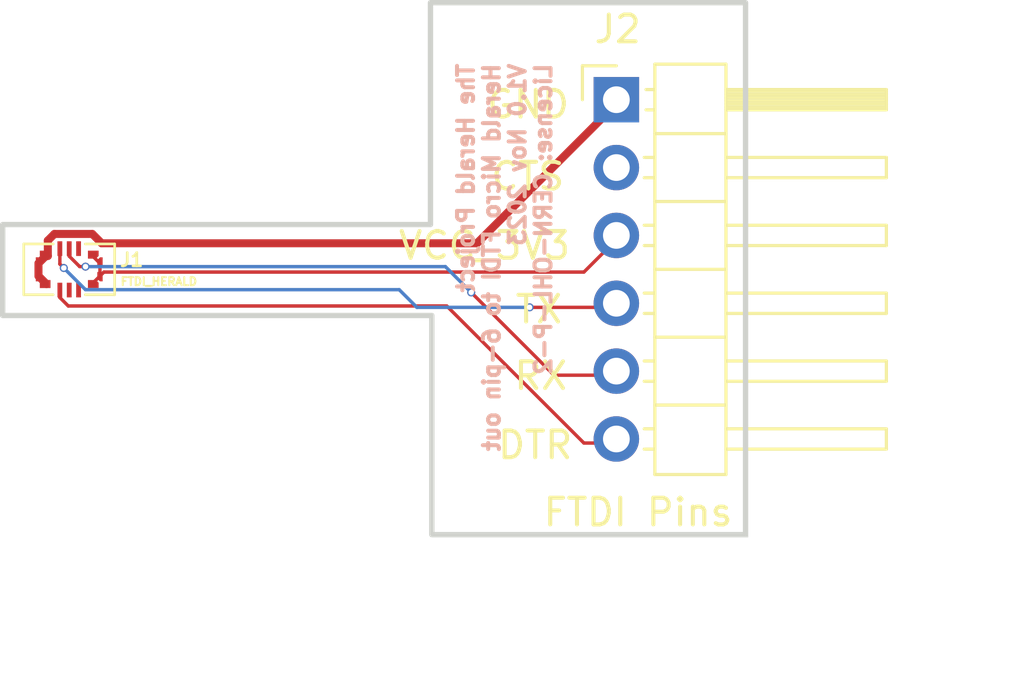
<source format=kicad_pcb>
(kicad_pcb (version 20221018) (generator pcbnew)
  (layers (0 "F.Cu" signal) (31 "B.Cu" signal) (34 "B.Paste" user) (35 "F.Paste" user) (36 "B.SilkS" user "B.Silkscreen") (37 "F.SilkS" user "F.Silkscreen") (38 "B.Mask" user) (39 "F.Mask" user) (44 "Edge.Cuts" user))
  (net 0 "")
  (net 2 "/VCC_3V3")
  (net 6 "/GND")
  (net 7 "/BOARD_TWI_TX")
  (net 8 "/RESETn")
  (net 9 "/BOARD_TWI_RX")
  (footprint "Herald:HERALD_V2_CONN_PORT" (layer "F.Cu") (at 109.7788 92.6084)
    (fp_text reference "J1" (at 2.3368 -0.3556 unlocked) (layer "F.SilkS") (effects (font (size 0.5 0.5) (thickness 0.1))))
    (fp_text value "FTDI_HERALD" (at 3.3528 0.4572 unlocked) (layer "F.SilkS") (effects (font (size 0.3 0.3) (thickness 0.075))))
    (fp_line (start -1.7 -0.95) (end -0.6 -0.95) (stroke (width 0.1)) (layer "F.SilkS"))
    (fp_line (start -1.7 0.95) (end -1.7 -0.95) (stroke (width 0.1)) (layer "F.SilkS"))
    (fp_line (start -1.7 0.95) (end -0.6 0.95) (stroke (width 0.1)) (layer "F.SilkS"))
    (fp_line (start 1.7 -0.95) (end 0.6 -0.95) (stroke (width 0.1)) (layer "F.SilkS"))
    (fp_line (start 1.7 0.95) (end 0.6 0.95) (stroke (width 0.1)) (layer "F.SilkS"))
    (fp_line (start 1.7 0.95) (end 1.7 -0.95) (stroke (width 0.1)) (layer "F.SilkS"))
    (pad "1" smd custom (at 0.8 -0.5) (size 0.2 0.2) (layers "F.Cu" "F.Paste" "F.Mask") (net 2 "/VCC_3V3") (options (clearance outline) (anchor rect)) (primitives (gr_poly (pts (xy 0.2 0.1) (xy 0.3 0) (xy 0.3 -0.2) (xy -0.1 -0.2) (xy -0.1 0.1)) (width 0) (fill yes)) (gr_poly (pts (xy -0.1 -0.2) (xy 0.3 -0.2) (xy 0.3 0) (xy 0.2 0.1) (xy -0.1 0.1)) (width 0) (fill yes))))
    (pad "1" smd custom (at 0.85 0.55) (size 0.2 0.2) (layers "F.Cu" "F.Paste" "F.Mask") (net 2 "/VCC_3V3") (options (clearance outline) (anchor rect)) (primitives (gr_poly (pts (xy 0.15 -0.15) (xy -0.15 -0.15) (xy -0.15 0.15) (xy 0.25 0.15) (xy 0.25 -0.05)) (width 0) (fill yes)) (gr_poly (pts (xy -0.15 -0.15) (xy -0.15 0.15) (xy 0.25 0.15) (xy 0.25 -0.05) (xy 0.15 -0.15)) (width 0) (fill yes))))
    (pad "1" smd custom (at 1.15 -0.225) (size 0.2 0.25) (layers "F.Cu" "F.Paste" "F.Mask") (net 2 "/VCC_3V3") (options (clearance outline) (anchor rect)) (primitives (gr_poly (pts (xy -0.1 -0.075) (xy -0.1 -0.125) (xy 0 -0.225) (xy 0.1 -0.225) (xy 0.1 -0.075)) (width 0) (fill yes))))
    (pad "1" smd custom (at 1.15 0.25) (size 0.2 0.2) (layers "F.Cu" "F.Paste" "F.Mask") (net 2 "/VCC_3V3") (options (clearance outline) (anchor rect)) (primitives (gr_poly (pts (xy -0.1 0.1) (xy 0 0.2) (xy 0.1 0.2) (xy 0.1 -0.15) (xy -0.1 -0.15)) (width 0) (fill yes))))
    (pad "2" smd rect (at 0.35 0.775) (size 0.18 0.55) (layers "F.Cu" "F.Paste" "F.Mask"))
    (pad "3" smd rect (at 0.35 -0.775) (size 0.18 0.55) (layers "F.Cu" "F.Paste" "F.Mask"))
    (pad "4" smd rect (at 0 0.775) (size 0.18 0.55) (layers "F.Cu" "F.Paste" "F.Mask"))
    (pad "5" smd rect (at 0 -0.775) (size 0.18 0.55) (layers "F.Cu" "F.Paste" "F.Mask") (net 9 "/BOARD_TWI_RX"))
    (pad "6" smd rect (at -0.35 0.775) (size 0.18 0.55) (layers "F.Cu" "F.Paste" "F.Mask") (net 8 "/RESETn"))
    (pad "7" smd rect (at -0.35 -0.775) (size 0.18 0.55) (layers "F.Cu" "F.Paste" "F.Mask") (net 7 "/BOARD_TWI_TX"))
    (pad "8" smd custom (at -1.15 -0.225) (size 0.2 0.25) (layers "F.Cu" "F.Paste" "F.Mask") (net 6 "/GND") (options (clearance outline) (anchor rect)) (primitives (gr_poly (pts (xy 0.1 -0.075) (xy 0.1 -0.125) (xy 0 -0.225) (xy -0.1 -0.225) (xy -0.1 -0.075)) (width 0) (fill yes))))
    (pad "8" smd custom (at -1.15 0.25) (size 0.2 0.2) (layers "F.Cu" "F.Paste" "F.Mask") (net 6 "/GND") (options (clearance outline) (anchor rect)) (primitives (gr_poly (pts (xy 0.1 0.1) (xy 0 0.2) (xy -0.1 0.2) (xy -0.1 -0.15) (xy 0.1 -0.15)) (width 0) (fill yes))))
    (pad "8" smd custom (at -0.85 0.55) (size 0.2 0.2) (layers "F.Cu" "F.Paste" "F.Mask") (net 6 "/GND") (options (clearance outline) (anchor rect)) (primitives (gr_poly (pts (xy -0.15 -0.15) (xy 0.15 -0.15) (xy 0.15 0.15) (xy -0.25 0.15) (xy -0.25 -0.05)) (width 0) (fill yes)) (gr_poly (pts (xy 0.15 -0.15) (xy 0.15 0.15) (xy -0.25 0.15) (xy -0.25 -0.05) (xy -0.15 -0.15)) (width 0) (fill yes))))
    (pad "8" smd custom (at -0.8 -0.5) (size 0.2 0.2) (layers "F.Cu" "F.Paste" "F.Mask") (net 6 "/GND") (options (clearance outline) (anchor rect)) (primitives (gr_poly (pts (xy -0.2 0.1) (xy -0.3 0) (xy -0.3 -0.2) (xy 0.1 -0.2) (xy 0.1 0.1)) (width 0) (fill yes)) (gr_poly (pts (xy 0.1 -0.2) (xy -0.3 -0.2) (xy -0.3 0) (xy -0.2 0.1) (xy 0.1 0.1)) (width 0) (fill yes))))
  )
  (footprint "Connector_PinHeader_2.54mm:PinHeader_1x06_P2.54mm_Horizontal" (layer "F.Cu") (at 130.245 86.2584)
    (fp_text reference "J2" (at 0.0508 -2.6416) (layer "F.SilkS"))
    (fp_text value "FTDI Pins" (at 0.8128 15.4432) (layer "F.SilkS"))
    (fp_line (start -1.27 -1.27) (end 0 -1.27) (stroke (width 0.12)) (layer "F.SilkS"))
    (fp_line (start -1.27 0) (end -1.27 -1.27) (stroke (width 0.12)) (layer "F.SilkS"))
    (fp_line (start 1.042929 2.16) (end 1.44 2.16) (stroke (width 0.12)) (layer "F.SilkS"))
    (fp_line (start 1.042929 2.92) (end 1.44 2.92) (stroke (width 0.12)) (layer "F.SilkS"))
    (fp_line (start 1.042929 4.7) (end 1.44 4.7) (stroke (width 0.12)) (layer "F.SilkS"))
    (fp_line (start 1.042929 5.46) (end 1.44 5.46) (stroke (width 0.12)) (layer "F.SilkS"))
    (fp_line (start 1.042929 7.24) (end 1.44 7.24) (stroke (width 0.12)) (layer "F.SilkS"))
    (fp_line (start 1.042929 8) (end 1.44 8) (stroke (width 0.12)) (layer "F.SilkS"))
    (fp_line (start 1.042929 9.78) (end 1.44 9.78) (stroke (width 0.12)) (layer "F.SilkS"))
    (fp_line (start 1.042929 10.54) (end 1.44 10.54) (stroke (width 0.12)) (layer "F.SilkS"))
    (fp_line (start 1.042929 12.32) (end 1.44 12.32) (stroke (width 0.12)) (layer "F.SilkS"))
    (fp_line (start 1.042929 13.08) (end 1.44 13.08) (stroke (width 0.12)) (layer "F.SilkS"))
    (fp_line (start 1.11 -0.38) (end 1.44 -0.38) (stroke (width 0.12)) (layer "F.SilkS"))
    (fp_line (start 1.11 0.38) (end 1.44 0.38) (stroke (width 0.12)) (layer "F.SilkS"))
    (fp_line (start 1.44 -1.33) (end 1.44 14.03) (stroke (width 0.12)) (layer "F.SilkS"))
    (fp_line (start 1.44 1.27) (end 4.1 1.27) (stroke (width 0.12)) (layer "F.SilkS"))
    (fp_line (start 1.44 3.81) (end 4.1 3.81) (stroke (width 0.12)) (layer "F.SilkS"))
    (fp_line (start 1.44 6.35) (end 4.1 6.35) (stroke (width 0.12)) (layer "F.SilkS"))
    (fp_line (start 1.44 8.89) (end 4.1 8.89) (stroke (width 0.12)) (layer "F.SilkS"))
    (fp_line (start 1.44 11.43) (end 4.1 11.43) (stroke (width 0.12)) (layer "F.SilkS"))
    (fp_line (start 1.44 14.03) (end 4.1 14.03) (stroke (width 0.12)) (layer "F.SilkS"))
    (fp_line (start 4.1 -1.33) (end 1.44 -1.33) (stroke (width 0.12)) (layer "F.SilkS"))
    (fp_line (start 4.1 -0.38) (end 10.1 -0.38) (stroke (width 0.12)) (layer "F.SilkS"))
    (fp_line (start 4.1 -0.32) (end 10.1 -0.32) (stroke (width 0.12)) (layer "F.SilkS"))
    (fp_line (start 4.1 -0.2) (end 10.1 -0.2) (stroke (width 0.12)) (layer "F.SilkS"))
    (fp_line (start 4.1 -0.08) (end 10.1 -0.08) (stroke (width 0.12)) (layer "F.SilkS"))
    (fp_line (start 4.1 0.04) (end 10.1 0.04) (stroke (width 0.12)) (layer "F.SilkS"))
    (fp_line (start 4.1 0.16) (end 10.1 0.16) (stroke (width 0.12)) (layer "F.SilkS"))
    (fp_line (start 4.1 0.28) (end 10.1 0.28) (stroke (width 0.12)) (layer "F.SilkS"))
    (fp_line (start 4.1 2.16) (end 10.1 2.16) (stroke (width 0.12)) (layer "F.SilkS"))
    (fp_line (start 4.1 4.7) (end 10.1 4.7) (stroke (width 0.12)) (layer "F.SilkS"))
    (fp_line (start 4.1 7.24) (end 10.1 7.24) (stroke (width 0.12)) (layer "F.SilkS"))
    (fp_line (start 4.1 9.78) (end 10.1 9.78) (stroke (width 0.12)) (layer "F.SilkS"))
    (fp_line (start 4.1 12.32) (end 10.1 12.32) (stroke (width 0.12)) (layer "F.SilkS"))
    (fp_line (start 4.1 14.03) (end 4.1 -1.33) (stroke (width 0.12)) (layer "F.SilkS"))
    (fp_line (start 10.1 -0.38) (end 10.1 0.38) (stroke (width 0.12)) (layer "F.SilkS"))
    (fp_line (start 10.1 0.38) (end 4.1 0.38) (stroke (width 0.12)) (layer "F.SilkS"))
    (fp_line (start 10.1 2.16) (end 10.1 2.92) (stroke (width 0.12)) (layer "F.SilkS"))
    (fp_line (start 10.1 2.92) (end 4.1 2.92) (stroke (width 0.12)) (layer "F.SilkS"))
    (fp_line (start 10.1 4.7) (end 10.1 5.46) (stroke (width 0.12)) (layer "F.SilkS"))
    (fp_line (start 10.1 5.46) (end 4.1 5.46) (stroke (width 0.12)) (layer "F.SilkS"))
    (fp_line (start 10.1 7.24) (end 10.1 8) (stroke (width 0.12)) (layer "F.SilkS"))
    (fp_line (start 10.1 8) (end 4.1 8) (stroke (width 0.12)) (layer "F.SilkS"))
    (fp_line (start 10.1 9.78) (end 10.1 10.54) (stroke (width 0.12)) (layer "F.SilkS"))
    (fp_line (start 10.1 10.54) (end 4.1 10.54) (stroke (width 0.12)) (layer "F.SilkS"))
    (fp_line (start 10.1 12.32) (end 10.1 13.08) (stroke (width 0.12)) (layer "F.SilkS"))
    (fp_line (start 10.1 13.08) (end 4.1 13.08) (stroke (width 0.12)) (layer "F.SilkS"))
    (pad "1" thru_hole rect (at 0 0) (size 1.7 1.7) (drill 1) (layers "*.Cu" "*.Mask") (net 6 "/GND"))
    (pad "2" thru_hole oval (at 0 2.54) (size 1.7 1.7) (drill 1) (layers "*.Cu" "*.Mask"))
    (pad "3" thru_hole oval (at 0 5.08) (size 1.7 1.7) (drill 1) (layers "*.Cu" "*.Mask") (net 2 "/VCC_3V3"))
    (pad "4" thru_hole oval (at 0 7.62) (size 1.7 1.7) (drill 1) (layers "*.Cu" "*.Mask") (net 7 "/BOARD_TWI_TX"))
    (pad "5" thru_hole oval (at 0 10.16) (size 1.7 1.7) (drill 1) (layers "*.Cu" "*.Mask") (net 9 "/BOARD_TWI_RX"))
    (pad "6" thru_hole oval (at 0 12.7) (size 1.7 1.7) (drill 1) (layers "*.Cu" "*.Mask") (net 8 "/RESETn"))
  )
  (gr_poly (pts (xy 107.2896 94.3356) (xy 123.3424 94.3356) (xy 123.3424 102.5398) (xy 135.0772 102.5398) (xy 135.0772 82.6262) (xy 123.2916 82.6262) (xy 123.2916 90.932) (xy 107.2896 90.932)) (stroke (width 0.2)) (fill none) (layer "Edge.Cuts"))
  (gr_text "The Herald Project\nHerald Micro FTDI to 6-pin out\nV1.0 Nov 2023\nLicense: CERN-OHL-P-2" (at 127.8636 84.836 90) (layer "B.SilkS") (effects (font (size 0.6 0.6) (thickness 0.15) bold) (justify left bottom mirror)))
  (gr_text "VCC_3V3" (at 122.0216 92.3036) (layer "F.SilkS") (effects (font (size 1 1)) (justify left bottom)))
  (gr_text "DTR" (at 125.73 99.7712) (layer "F.SilkS") (effects (font (size 1 1)) (justify left bottom)))
  (gr_text "RX" (at 126.3396 97.1804) (layer "F.SilkS") (effects (font (size 1 1)) (justify left bottom)))
  (gr_text "CTS" (at 125.476 89.7128) (layer "F.SilkS") (effects (font (size 1 1)) (justify left bottom)))
  (gr_text "TX" (at 126.3904 94.6912) (layer "F.SilkS") (effects (font (size 1 1)) (justify left bottom)))
  (gr_text "GND" (at 125.3236 87.0204) (layer "F.SilkS") (effects (font (size 1 1)) (justify left bottom)))
  (segment (start 110.5788 92.1084) (end 110.6538 92.1084) (width 0.127) (layer "F.Cu") (net 2))
  (segment (start 129.032 92.71) (end 111.0772 92.71) (width 0.127) (layer "F.Cu") (net 2))
  (segment (start 110.9288 92.8584) (end 110.6288 93.1584) (width 0.127) (layer "F.Cu") (net 2))
  (segment (start 111.0772 92.71) (end 110.9288 92.8584) (width 0.127) (layer "F.Cu") (net 2))
  (segment (start 110.9288 92.3834) (end 110.9288 92.8584) (width 0.127) (layer "F.Cu") (net 2))
  (segment (start 130.2512 91.4908) (end 129.032 92.71) (width 0.127) (layer "F.Cu") (net 2))
  (segment (start 110.6538 92.1084) (end 110.9288 92.3834) (width 0.127) (layer "F.Cu") (net 2))
  (segment (start 130.2512 86.4108) (end 125.0286 91.6334) (width 0.3) (layer "F.Cu") (net 6))
  (segment (start 109.22489 91.2834) (end 108.9788 91.52949) (width 0.3) (layer "F.Cu") (net 6))
  (segment (start 108.9038 92.1084) (end 108.6288 92.3834) (width 0.3) (layer "F.Cu") (net 6))
  (segment (start 108.9788 92.1084) (end 108.9038 92.1084) (width 0.3) (layer "F.Cu") (net 6))
  (segment (start 108.6288 92.3834) (end 108.6288 92.8584) (width 0.3) (layer "F.Cu") (net 6))
  (segment (start 108.9788 91.52949) (end 108.9788 92.1084) (width 0.3) (layer "F.Cu") (net 6))
  (segment (start 108.9288 93.1584) (end 108.6288 92.8584) (width 0.3) (layer "F.Cu") (net 6))
  (segment (start 110.99271 91.6334) (end 110.64271 91.2834) (width 0.3) (layer "F.Cu") (net 6))
  (segment (start 125.0286 91.6334) (end 110.99271 91.6334) (width 0.3) (layer "F.Cu") (net 6))
  (segment (start 110.64271 91.2834) (end 109.22489 91.2834) (width 0.3) (layer "F.Cu") (net 6))
  (segment (start 130.2512 94.0308) (end 127 94.0308) (width 0.127) (layer "F.Cu") (net 7))
  (segment (start 109.4288 92.4108) (end 109.4288 91.8334) (width 0.127) (layer "F.Cu") (net 7))
  (segment (start 109.5756 92.5576) (end 109.4288 92.4108) (width 0.127) (layer "F.Cu") (net 7))
  (via (at 109.5756 92.5576) (size 0.3) (drill 0.2) (layers "F.Cu" "B.Cu") (net 7))
  (via (at 127 94.0308) (size 0.3) (drill 0.2) (layers "F.Cu" "B.Cu") (net 7))
  (segment (start 122.1232 93.3704) (end 122.7836 94.0308) (width 0.127) (layer "B.Cu") (net 7))
  (segment (start 109.5756 92.5576) (end 110.3884 93.3704) (width 0.127) (layer "B.Cu") (net 7))
  (segment (start 110.3884 93.3704) (end 122.1232 93.3704) (width 0.127) (layer "B.Cu") (net 7))
  (segment (start 122.7836 94.0308) (end 127 94.0308) (width 0.127) (layer "B.Cu") (net 7))
  (segment (start 109.4288 93.66498) (end 109.4288 93.3834) (width 0.127) (layer "F.Cu") (net 8))
  (segment (start 109.74382 93.98) (end 109.4288 93.66498) (width 0.127) (layer "F.Cu") (net 8))
  (segment (start 129.032 99.1108) (end 123.9012 93.98) (width 0.127) (layer "F.Cu") (net 8))
  (segment (start 123.9012 93.98) (end 109.74382 93.98) (width 0.127) (layer "F.Cu") (net 8))
  (segment (start 130.2512 99.1108) (end 129.032 99.1108) (width 0.127) (layer "F.Cu") (net 8))
  (segment (start 109.7788 91.8334) (end 109.7788 92.11498) (width 0.127) (layer "F.Cu") (net 9))
  (segment (start 130.2512 96.5708) (end 127.9144 96.5708) (width 0.127) (layer "F.Cu") (net 9))
  (segment (start 110.17062 92.5068) (end 110.3884 92.5068) (width 0.127) (layer "F.Cu") (net 9))
  (segment (start 127.9144 96.5708) (end 124.8156 93.472) (width 0.127) (layer "F.Cu") (net 9))
  (segment (start 109.7788 92.11498) (end 110.17062 92.5068) (width 0.127) (layer "F.Cu") (net 9))
  (via (at 110.3884 92.5068) (size 0.3) (drill 0.2) (layers "F.Cu" "B.Cu") (net 9))
  (via (at 124.8156 93.472) (size 0.3) (drill 0.2) (layers "F.Cu" "B.Cu") (net 9))
  (segment (start 124.8156 93.472) (end 123.8504 92.5068) (width 0.127) (layer "B.Cu") (net 9))
  (segment (start 123.8504 92.5068) (end 110.3884 92.5068) (width 0.127) (layer "B.Cu") (net 9))
)
</source>
